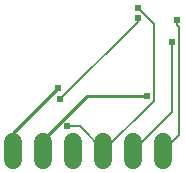
<source format=gbr>
G04 EAGLE Gerber RS-274X export*
G75*
%MOMM*%
%FSLAX34Y34*%
%LPD*%
%INBottom Copper*%
%IPPOS*%
%AMOC8*
5,1,8,0,0,1.08239X$1,22.5*%
G01*
%ADD10C,1.524000*%
%ADD11C,0.152400*%
%ADD12C,0.604000*%
%ADD13C,0.254000*%


D10*
X38100Y20320D02*
X38100Y35560D01*
X63500Y35560D02*
X63500Y20320D01*
X88900Y20320D02*
X88900Y35560D01*
X114300Y35560D02*
X114300Y20320D01*
X139700Y20320D02*
X139700Y35560D01*
X165100Y35560D02*
X165100Y20320D01*
D11*
X140208Y28956D02*
X139700Y27940D01*
X172212Y60960D02*
X172212Y120396D01*
X172212Y60960D02*
X140208Y28956D01*
X139700Y27940D01*
D12*
X172212Y120396D03*
D13*
X150876Y74676D02*
X100584Y74676D01*
X64008Y38100D01*
X64008Y28956D01*
D11*
X63500Y27940D01*
D12*
X150876Y74676D03*
D11*
X143256Y137160D02*
X143256Y140208D01*
X143256Y137160D02*
X77724Y71628D01*
D12*
X143256Y140208D03*
X77724Y71628D03*
D11*
X83820Y48768D02*
X94488Y48768D01*
X114300Y28956D01*
X114300Y27940D01*
D12*
X83820Y48768D03*
X143281Y149296D03*
D11*
X143281Y148764D01*
X156944Y135102D01*
X156944Y70584D01*
X114300Y27940D01*
D13*
X38100Y27940D02*
X38100Y42672D01*
X76200Y80772D01*
D12*
X76200Y80772D03*
D11*
X176784Y134112D02*
X176784Y138684D01*
X176784Y134112D02*
X178308Y132588D01*
X178308Y41148D01*
X166116Y28956D01*
X165100Y27940D01*
D12*
X176784Y138684D03*
M02*

</source>
